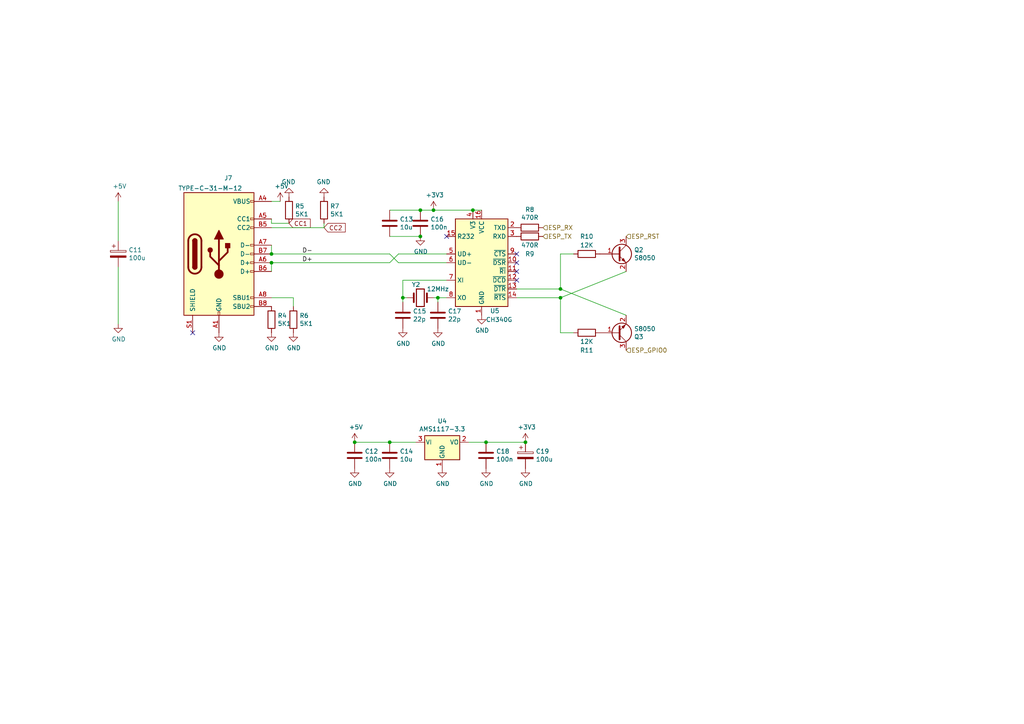
<source format=kicad_sch>
(kicad_sch (version 20211123) (generator eeschema)
  (paper "A4")
  (lib_symbols
    (symbol "Connector:USB_C_Receptacle_USB2.0" (pin_names (offset 1.016))
      (property "Reference" "J" (at -10.16 19.05 0))
      (property "Value" "USB_C_Receptacle_USB2.0" (at 19.05 19.05 0))
      (symbol "USB_C_Receptacle_USB2.0_0_0"
        (rectangle (start -0.254 -17.78) (end 0.254 -16.764))
        (rectangle (start 10.16 -14.986) (end 9.144 -15.494))
        (rectangle (start 10.16 -12.446) (end 9.144 -12.954))
        (rectangle (start 10.16 -4.826) (end 9.144 -5.334))
        (rectangle (start 10.16 -2.286) (end 9.144 -2.794))
        (rectangle (start 10.16 0.254) (end 9.144 -0.254))
        (rectangle (start 10.16 2.794) (end 9.144 2.286))
        (rectangle (start 10.16 7.874) (end 9.144 7.366))
        (rectangle (start 10.16 10.414) (end 9.144 9.906))
        (rectangle (start 10.16 15.494) (end 9.144 14.986))
      )
      (symbol "USB_C_Receptacle_USB2.0_0_1"
        (rectangle (start -10.16 17.78) (end 10.16 -17.78) (stroke (width 0.254)) (fill (type background)))
        (arc (start -8.89 -3.81) (mid -6.985 -5.715) (end -5.08 -3.81) (stroke (width 0.508)))
        (arc (start -7.62 -3.81) (mid -6.985 -4.445) (end -6.35 -3.81) (stroke (width 0.254)))
        (arc (start -7.62 -3.81) (mid -6.985 -4.445) (end -6.35 -3.81) (stroke (width 0.254)) (fill (type outline)))
        (rectangle (start -7.62 -3.81) (end -6.35 3.81) (stroke (width 0.254)) (fill (type outline)))
        (arc (start -6.35 3.81) (mid -6.985 4.445) (end -7.62 3.81) (stroke (width 0.254)))
        (arc (start -6.35 3.81) (mid -6.985 4.445) (end -7.62 3.81) (stroke (width 0.254)) (fill (type outline)))
        (arc (start -5.08 3.81) (mid -6.985 5.715) (end -8.89 3.81) (stroke (width 0.508)))
        (circle (center -2.54 1.143) (radius 0.635) (stroke (width 0.254)) (fill (type outline)))
        (circle (center 0 -5.842) (radius 1.27) (fill (type outline)))
        (polyline (pts (xy -8.89 -3.81) (xy -8.89 3.81)) (stroke (width 0.508)))
        (polyline (pts (xy -5.08 3.81) (xy -5.08 -3.81)) (stroke (width 0.508)))
        (polyline (pts (xy 0 -5.842) (xy 0 4.318)) (stroke (width 0.508)))
        (polyline (pts (xy 0 -3.302) (xy -2.54 -0.762) (xy -2.54 0.508)) (stroke (width 0.508)))
        (polyline (pts (xy 0 -2.032) (xy 2.54 0.508) (xy 2.54 1.778)) (stroke (width 0.508)))
        (polyline (pts (xy -1.27 4.318) (xy 0 6.858) (xy 1.27 4.318) (xy -1.27 4.318)) (stroke (width 0.254)) (fill (type outline)))
        (rectangle (start 1.905 1.778) (end 3.175 3.048) (stroke (width 0.254)) (fill (type outline)))
      )
      (symbol "USB_C_Receptacle_USB2.0_1_1"
        (pin passive line (at 0 -22.86 90) (length 5.08) (name "GND") (number "A1"))
        (pin passive line (at 0 -22.86 90) (length 5.08) hide (name "GND") (number "A12"))
        (pin passive line (at 15.24 15.24 180) (length 5.08) (name "VBUS") (number "A4"))
        (pin bidirectional line (at 15.24 10.16 180) (length 5.08) (name "CC1") (number "A5"))
        (pin bidirectional line (at 15.24 -2.54 180) (length 5.08) (name "D+") (number "A6"))
        (pin bidirectional line (at 15.24 2.54 180) (length 5.08) (name "D-") (number "A7"))
        (pin bidirectional line (at 15.24 -12.7 180) (length 5.08) (name "SBU1") (number "A8"))
        (pin passive line (at 15.24 15.24 180) (length 5.08) hide (name "VBUS") (number "A9"))
        (pin passive line (at 0 -22.86 90) (length 5.08) hide (name "GND") (number "B1"))
        (pin passive line (at 0 -22.86 90) (length 5.08) hide (name "GND") (number "B12"))
        (pin passive line (at 15.24 15.24 180) (length 5.08) hide (name "VBUS") (number "B4"))
        (pin bidirectional line (at 15.24 7.62 180) (length 5.08) (name "CC2") (number "B5"))
        (pin bidirectional line (at 15.24 -5.08 180) (length 5.08) (name "D+") (number "B6"))
        (pin bidirectional line (at 15.24 0 180) (length 5.08) (name "D-") (number "B7"))
        (pin bidirectional line (at 15.24 -15.24 180) (length 5.08) (name "SBU2") (number "B8"))
        (pin passive line (at 15.24 15.24 180) (length 5.08) hide (name "VBUS") (number "B9"))
        (pin passive line (at -7.62 -22.86 90) (length 5.08) (name "SHIELD") (number "S1"))
      )
    )
    (symbol "Device:C" (pin_numbers hide) (pin_names (offset 0.254))
      (property "Reference" "C" (at 0.635 2.54 0))
      (property "Value" "C" (at 0.635 -2.54 0))
      (symbol "C_0_1"
        (polyline (pts (xy -2.032 -0.762) (xy 2.032 -0.762)) (stroke (width 0.508)))
        (polyline (pts (xy -2.032 0.762) (xy 2.032 0.762)) (stroke (width 0.508)))
      )
      (symbol "C_1_1"
        (pin passive line (at 0 3.81 270) (length 2.794) (name "~") (number "1"))
        (pin passive line (at 0 -3.81 90) (length 2.794) (name "~") (number "2"))
      )
    )
    (symbol "Device:C_Polarized" (pin_numbers hide) (pin_names (offset 0.254))
      (property "Reference" "C" (at 0.635 2.54 0))
      (property "Value" "C_Polarized" (at 0.635 -2.54 0))
      (symbol "C_Polarized_0_1"
        (rectangle (start -2.286 0.508) (end 2.286 1.016))
        (polyline (pts (xy -1.778 2.286) (xy -0.762 2.286)))
        (polyline (pts (xy -1.27 2.794) (xy -1.27 1.778)))
        (rectangle (start 2.286 -0.508) (end -2.286 -1.016) (fill (type outline)))
      )
      (symbol "C_Polarized_1_1"
        (pin passive line (at 0 3.81 270) (length 2.794) (name "~") (number "1"))
        (pin passive line (at 0 -3.81 90) (length 2.794) (name "~") (number "2"))
      )
    )
    (symbol "Device:Crystal" (pin_numbers hide) (pin_names (offset 1.016) hide)
      (property "Reference" "Y" (at 0 3.81 0))
      (property "Value" "Crystal" (at 0 -3.81 0))
      (symbol "Crystal_0_1"
        (rectangle (start -1.143 2.54) (end 1.143 -2.54) (stroke (width 0.3048)))
        (polyline (pts (xy -2.54 0) (xy -1.905 0)))
        (polyline (pts (xy -1.905 -1.27) (xy -1.905 1.27)) (stroke (width 0.508)))
        (polyline (pts (xy 1.905 -1.27) (xy 1.905 1.27)) (stroke (width 0.508)))
        (polyline (pts (xy 2.54 0) (xy 1.905 0)))
      )
      (symbol "Crystal_1_1"
        (pin passive line (at -3.81 0 0) (length 1.27) (name "1") (number "1"))
        (pin passive line (at 3.81 0 180) (length 1.27) (name "2") (number "2"))
      )
    )
    (symbol "Device:Q_NPN_BEC" (pin_names (offset 0) hide)
      (property "Reference" "Q" (at 5.08 1.27 0))
      (property "Value" "Q_NPN_BEC" (at 5.08 -1.27 0))
      (symbol "Q_NPN_BEC_0_1"
        (polyline (pts (xy 0.635 0.635) (xy 2.54 2.54)))
        (polyline (pts (xy 0.635 -0.635) (xy 2.54 -2.54) (xy 2.54 -2.54)))
        (polyline (pts (xy 0.635 1.905) (xy 0.635 -1.905) (xy 0.635 -1.905)) (stroke (width 0.508)))
        (polyline (pts (xy 1.27 -1.778) (xy 1.778 -1.27) (xy 2.286 -2.286) (xy 1.27 -1.778) (xy 1.27 -1.778)) (fill (type outline)))
        (circle (center 1.27 0) (radius 2.8194) (stroke (width 0.254)))
      )
      (symbol "Q_NPN_BEC_1_1"
        (pin input line (at -5.08 0 0) (length 5.715) (name "B") (number "1"))
        (pin passive line (at 2.54 -5.08 90) (length 2.54) (name "E") (number "2"))
        (pin passive line (at 2.54 5.08 270) (length 2.54) (name "C") (number "3"))
      )
    )
    (symbol "Device:R" (pin_numbers hide) (pin_names (offset 0))
      (property "Reference" "R" (at 2.032 0 90))
      (property "Value" "R" (at 0 0 90))
      (symbol "R_0_1"
        (rectangle (start -1.016 -2.54) (end 1.016 2.54) (stroke (width 0.254)))
      )
      (symbol "R_1_1"
        (pin passive line (at 0 3.81 270) (length 1.27) (name "~") (number "1"))
        (pin passive line (at 0 -3.81 90) (length 1.27) (name "~") (number "2"))
      )
    )
    (symbol "Interface_USB:CH340G"
      (property "Reference" "U" (at -5.08 13.97 0))
      (property "Value" "CH340G" (at 1.27 13.97 0))
      (symbol "CH340G_0_1"
        (rectangle (start -7.62 12.7) (end 7.62 -12.7) (stroke (width 0.254)) (fill (type background)))
      )
      (symbol "CH340G_1_1"
        (pin power_in line (at 0 -15.24 90) (length 2.54) (name "GND") (number "1"))
        (pin input line (at 10.16 0 180) (length 2.54) (name "~{DSR}") (number "10"))
        (pin input line (at 10.16 -2.54 180) (length 2.54) (name "~{RI}") (number "11"))
        (pin input line (at 10.16 -5.08 180) (length 2.54) (name "~{DCD}") (number "12"))
        (pin output line (at 10.16 -7.62 180) (length 2.54) (name "~{DTR}") (number "13"))
        (pin output line (at 10.16 -10.16 180) (length 2.54) (name "~{RTS}") (number "14"))
        (pin input line (at -10.16 7.62 0) (length 2.54) (name "R232") (number "15"))
        (pin power_in line (at 0 15.24 270) (length 2.54) (name "VCC") (number "16"))
        (pin output line (at 10.16 10.16 180) (length 2.54) (name "TXD") (number "2"))
        (pin input line (at 10.16 7.62 180) (length 2.54) (name "RXD") (number "3"))
        (pin passive line (at -2.54 15.24 270) (length 2.54) (name "V3") (number "4"))
        (pin bidirectional line (at -10.16 2.54 0) (length 2.54) (name "UD+") (number "5"))
        (pin bidirectional line (at -10.16 0 0) (length 2.54) (name "UD-") (number "6"))
        (pin input line (at -10.16 -5.08 0) (length 2.54) (name "XI") (number "7"))
        (pin output line (at -10.16 -10.16 0) (length 2.54) (name "XO") (number "8"))
        (pin input line (at 10.16 2.54 180) (length 2.54) (name "~{CTS}") (number "9"))
      )
    )
    (symbol "Regulator_Linear:AMS1117-3.3" (pin_names (offset 0.254))
      (property "Reference" "U" (at -3.81 3.175 0))
      (property "Value" "AMS1117-3.3" (at 0 3.175 0))
      (symbol "AMS1117-3.3_0_1"
        (rectangle (start -5.08 -5.08) (end 5.08 1.905) (stroke (width 0.254)) (fill (type background)))
      )
      (symbol "AMS1117-3.3_1_1"
        (pin power_in line (at 0 -7.62 90) (length 2.54) (name "GND") (number "1"))
        (pin power_out line (at 7.62 0 180) (length 2.54) (name "VO") (number "2"))
        (pin power_in line (at -7.62 0 0) (length 2.54) (name "VI") (number "3"))
      )
    )
    (symbol "power:+3V3" (power) (pin_names (offset 0))
      (property "Value" "+3V3" (at 0 3.556 0))
      (symbol "+3V3_0_1"
        (polyline (pts (xy -0.762 1.27) (xy 0 2.54)))
        (polyline (pts (xy 0 0) (xy 0 2.54)))
        (polyline (pts (xy 0 2.54) (xy 0.762 1.27)))
      )
      (symbol "+3V3_1_1"
        (pin power_in line (at 0 0 90) (length 0) hide (name "+3V3") (number "1"))
      )
    )
    (symbol "power:+5V" (power) (pin_names (offset 0))
      (property "Value" "+5V" (at 0 3.556 0))
      (symbol "+5V_0_1"
        (polyline (pts (xy -0.762 1.27) (xy 0 2.54)))
        (polyline (pts (xy 0 0) (xy 0 2.54)))
        (polyline (pts (xy 0 2.54) (xy 0.762 1.27)))
      )
      (symbol "+5V_1_1"
        (pin power_in line (at 0 0 90) (length 0) hide (name "+5V") (number "1"))
      )
    )
    (symbol "power:GND" (power) (pin_names (offset 0))
      (property "Value" "GND" (at 0 -3.81 0))
      (symbol "GND_0_1"
        (polyline (pts (xy 0 0) (xy 0 -1.27) (xy 1.27 -1.27) (xy 0 -2.54) (xy -1.27 -1.27) (xy 0 -1.27)))
      )
      (symbol "GND_1_1"
        (pin power_in line (at 0 0 270) (length 0) hide (name "GND") (number "1"))
      )
    )
  )
  (junction (at 127 86.36))
  (junction (at 113.03 128.27))
  (junction (at 121.92 60.96))
  (junction (at 102.87 128.27))
  (junction (at 152.4 128.27))
  (junction (at 162.56 83.82))
  (junction (at 162.56 86.36))
  (junction (at 137.16 60.96))
  (junction (at 140.97 128.27))
  (junction (at 116.84 86.36))
  (junction (at 121.92 68.58))
  (junction (at 78.74 76.2))
  (junction (at 125.73 60.96))
  (junction (at 78.74 73.66))
  (no_connect (at 129.54 68.58))
  (no_connect (at 149.86 81.28))
  (no_connect (at 55.88 96.52))
  (no_connect (at 149.86 78.74))
  (no_connect (at 149.86 76.2))
  (no_connect (at 149.86 73.66))
  (wire (pts (xy 93.98 66.04) (xy 93.98 64.77)))
  (wire (pts (xy 78.74 76.2) (xy 113.03 76.2)))
  (wire (pts (xy 113.03 76.2) (xy 115.57 73.66)))
  (wire (pts (xy 113.03 73.66) (xy 115.57 76.2)))
  (wire (pts (xy 149.86 86.36) (xy 162.56 86.36)))
  (wire (pts (xy 181.61 78.74) (xy 162.56 86.36)))
  (wire (pts (xy 166.37 96.52) (xy 162.56 96.52)))
  (wire (pts (xy 85.09 86.36) (xy 78.74 86.36)))
  (wire (pts (xy 162.56 86.36) (xy 162.56 96.52)))
  (wire (pts (xy 135.89 128.27) (xy 140.97 128.27)))
  (wire (pts (xy 83.82 64.77) (xy 78.74 64.77)))
  (wire (pts (xy 137.16 60.96) (xy 125.73 60.96)))
  (wire (pts (xy 125.73 60.96) (xy 121.92 60.96)))
  (wire (pts (xy 118.11 86.36) (xy 116.84 86.36)))
  (wire (pts (xy 113.03 73.66) (xy 78.74 73.66)))
  (wire (pts (xy 139.7 60.96) (xy 137.16 60.96)))
  (wire (pts (xy 127 87.63) (xy 127 86.36)))
  (wire (pts (xy 78.74 64.77) (xy 78.74 63.5)))
  (wire (pts (xy 81.28 58.42) (xy 78.74 58.42)))
  (wire (pts (xy 149.86 83.82) (xy 162.56 83.82)))
  (wire (pts (xy 162.56 83.82) (xy 181.61 91.44)))
  (wire (pts (xy 78.74 76.2) (xy 78.74 78.74)))
  (wire (pts (xy 34.29 77.47) (xy 34.29 93.98)))
  (wire (pts (xy 127 86.36) (xy 129.54 86.36)))
  (wire (pts (xy 115.57 73.66) (xy 129.54 73.66)))
  (wire (pts (xy 116.84 81.28) (xy 116.84 86.36)))
  (wire (pts (xy 162.56 73.66) (xy 166.37 73.66)))
  (wire (pts (xy 85.09 88.9) (xy 85.09 86.36)))
  (wire (pts (xy 140.97 128.27) (xy 152.4 128.27)))
  (wire (pts (xy 116.84 81.28) (xy 129.54 81.28)))
  (wire (pts (xy 129.54 76.2) (xy 115.57 76.2)))
  (wire (pts (xy 116.84 87.63) (xy 116.84 86.36)))
  (wire (pts (xy 113.03 60.96) (xy 121.92 60.96)))
  (wire (pts (xy 78.74 66.04) (xy 93.98 66.04)))
  (wire (pts (xy 34.29 58.42) (xy 34.29 69.85)))
  (wire (pts (xy 162.56 73.66) (xy 162.56 83.82)))
  (wire (pts (xy 78.74 73.66) (xy 78.74 71.12)))
  (wire (pts (xy 113.03 128.27) (xy 102.87 128.27)))
  (wire (pts (xy 120.65 128.27) (xy 113.03 128.27)))
  (wire (pts (xy 121.92 68.58) (xy 113.03 68.58)))
  (wire (pts (xy 125.73 86.36) (xy 127 86.36)))
  (label "D+" (at 87.63 76.2 0))
  (label "D-" (at 87.63 73.66 0))
  (global_label "CC1" (shape input) (at 83.82 64.77 0) (property "Intersheet References" "${INTERSHEET_REFS}" (effects hide)))
  (global_label "CC2" (shape input) (at 93.98 66.04 0) (property "Intersheet References" "${INTERSHEET_REFS}" (effects hide)))
  (hierarchical_label "ESP_RST" (shape input) (at 181.61 68.58 0))
  (hierarchical_label "ESP_TX" (shape input) (at 157.48 68.58 0))
  (hierarchical_label "ESP_RX" (shape input) (at 157.48 66.04 0))
  (hierarchical_label "ESP_GPIO0" (shape input) (at 181.61 101.6 0))
  (symbol (lib_id "power:GND") (at 121.92 68.58 0) (unit 1)
    (property "Reference" "#PWR0141" (effects hide))
    (property "Value" "GND" (at 122.047 72.9742 0))
  )
  (symbol (lib_id "Device:C") (at 116.84 91.44 0) (unit 1)
    (property "Reference" "C15" (at 119.761 90.2716 0) (effects (justify left)))
    (property "Value" "22p" (at 119.761 92.583 0) (effects (justify left)))
    (property "Footprint" "Capacitor_SMD:C_0603_1608Metric" (effects hide))
    (property "LCSC" "C1653" (effects hide))
  )
  (symbol (lib_id "power:GND") (at 152.4 135.89 0) (unit 1)
    (property "Reference" "#PWR0150" (effects hide))
    (property "Value" "GND" (at 152.527 140.2842 0))
  )
  (symbol (lib_id "Device:C") (at 127 91.44 0) (unit 1)
    (property "Reference" "C17" (at 129.921 90.2716 0) (effects (justify left)))
    (property "Value" "22p" (at 129.921 92.583 0) (effects (justify left)))
    (property "Footprint" "Capacitor_SMD:C_0603_1608Metric" (effects hide))
    (property "LCSC" "C1653" (effects hide))
  )
  (symbol (lib_id "Device:C") (at 102.87 132.08 0) (unit 1)
    (property "Reference" "C12" (at 105.791 130.9116 0) (effects (justify left)))
    (property "Value" "100n" (at 105.791 133.223 0) (effects (justify left)))
    (property "Footprint" "Capacitor_SMD:C_0603_1608Metric" (effects hide))
    (property "LCSC" "C14663" (effects hide))
  )
  (symbol (lib_id "power:GND") (at 85.09 96.52 0) (unit 1)
    (property "Reference" "#PWR0153" (effects hide))
    (property "Value" "GND" (at 85.217 100.9142 0))
  )
  (symbol (lib_id "Device:R") (at 170.18 96.52 270) (unit 1)
    (property "Reference" "R11" (at 170.18 101.6 90))
    (property "Value" "12K" (at 170.18 99.06 90))
    (property "Footprint" "Resistor_SMD:R_0603_1608Metric" (effects hide))
    (property "LCSC" "C22790" (effects hide))
  )
  (symbol (lib_id "power:GND") (at 83.82 57.15 180) (unit 1)
    (property "Reference" "#PWR0159" (effects hide))
    (property "Value" "GND" (at 83.693 52.7558 0))
  )
  (symbol (lib_id "Device:C") (at 113.03 64.77 0) (unit 1)
    (property "Reference" "C13" (at 115.951 63.6016 0) (effects (justify left)))
    (property "Value" "10u" (at 115.951 65.913 0) (effects (justify left)))
    (property "Footprint" "Capacitor_SMD:C_0805_2012Metric" (effects hide))
    (property "LCSC" "C15850" (effects hide))
  )
  (symbol (lib_id "power:GND") (at 127 95.25 0) (unit 1)
    (property "Reference" "#PWR0149" (effects hide))
    (property "Value" "GND" (at 127.127 99.6442 0))
  )
  (symbol (lib_id "power:GND") (at 128.27 135.89 0) (unit 1)
    (property "Reference" "#PWR0147" (effects hide))
    (property "Value" "GND" (at 128.397 140.2842 0))
  )
  (symbol (lib_id "Connector:USB_C_Receptacle_USB2.0") (at 63.5 73.66 0) (unit 1)
    (property "Reference" "J7" (at 66.2178 51.6382 0))
    (property "Value" "TYPE-C-31-M-12" (at 60.96 54.61 0))
    (property "Footprint" "Connector_USB:USB_C_Receptacle_HRO_TYPE-C-31-M-12" (effects hide))
    (property "Datasheet" "https://datasheet.lcsc.com/szlcsc/1811131825_Korean-Hroparts-Elec-TYPE-C-31-M-12_C165948.pdf" (effects hide))
    (property "LCSC" "C165948" (effects hide))
  )
  (symbol (lib_id "power:+3V3") (at 152.4 128.27 0) (unit 1)
    (property "Reference" "#PWR0151" (effects hide))
    (property "Value" "+3V3" (at 152.781 123.8758 0))
  )
  (symbol (lib_id "Device:C") (at 113.03 132.08 0) (unit 1)
    (property "Reference" "C14" (at 115.951 130.9116 0) (effects (justify left)))
    (property "Value" "10u" (at 115.951 133.223 0) (effects (justify left)))
    (property "Footprint" "Capacitor_SMD:C_0805_2012Metric" (effects hide))
    (property "LCSC" "C15850" (effects hide))
  )
  (symbol (lib_id "Device:R") (at 153.67 68.58 270) (unit 1)
    (property "Reference" "R9" (at 153.67 73.66 90))
    (property "Value" "470R" (at 153.67 71.12 90))
    (property "Footprint" "Resistor_SMD:R_0603_1608Metric" (effects hide))
    (property "LCSC" "C23179" (effects hide))
  )
  (symbol (lib_id "power:+5V") (at 102.87 128.27 0) (unit 1)
    (property "Reference" "#PWR0145" (effects hide))
    (property "Value" "+5V" (at 103.251 123.8758 0))
  )
  (symbol (lib_id "Device:Q_NPN_BEC") (at 179.07 96.52 0) (mirror x) (unit 1)
    (property "Reference" "Q3" (at 183.896 97.6884 0) (effects (justify left)))
    (property "Value" "S8050" (at 183.896 95.377 0) (effects (justify left)))
    (property "Footprint" "Package_TO_SOT_SMD:SOT-23" (effects hide))
    (property "Datasheet" "https://datasheet.lcsc.com/szlcsc/Changjiang-Electronics-Tech-CJ-S8050_C2146.pdf" (effects hide))
    (property "LCSC" "C2146" (effects hide))
  )
  (symbol (lib_id "power:GND") (at 34.29 93.98 0) (unit 1)
    (property "Reference" "#PWR0155" (effects hide))
    (property "Value" "GND" (at 34.417 98.3742 0))
  )
  (symbol (lib_id "Interface_USB:CH340G") (at 139.7 76.2 0) (unit 1)
    (property "Reference" "U5" (at 143.51 90.17 0))
    (property "Value" "CH340G" (at 144.78 92.71 0))
    (property "Footprint" "Package_SO:SOIC-16_3.9x9.9mm_P1.27mm" (effects hide))
    (property "Datasheet" "http://www.datasheet5.com/pdf-local-2195953" (effects hide))
    (property "LCSC" "C14267" (effects hide))
  )
  (symbol (lib_id "Device:C") (at 121.92 64.77 0) (unit 1)
    (property "Reference" "C16" (at 124.841 63.6016 0) (effects (justify left)))
    (property "Value" "100n" (at 124.841 65.913 0) (effects (justify left)))
    (property "Footprint" "Capacitor_SMD:C_0603_1608Metric" (effects hide))
    (property "LCSC" "C14663" (effects hide))
  )
  (symbol (lib_id "power:GND") (at 113.03 135.89 0) (unit 1)
    (property "Reference" "#PWR0148" (effects hide))
    (property "Value" "GND" (at 113.157 140.2842 0))
  )
  (symbol (lib_id "power:+5V") (at 81.28 58.42 0) (unit 1)
    (property "Reference" "#PWR0160" (effects hide))
    (property "Value" "+5V" (at 81.661 54.0258 0))
  )
  (symbol (lib_id "power:GND") (at 78.74 96.52 0) (unit 1)
    (property "Reference" "#PWR0152" (effects hide))
    (property "Value" "GND" (at 78.867 100.9142 0))
  )
  (symbol (lib_id "power:+5V") (at 34.29 58.42 0) (unit 1)
    (property "Reference" "#PWR0156" (effects hide))
    (property "Value" "+5V" (at 34.671 54.0258 0))
  )
  (symbol (lib_id "Device:C") (at 140.97 132.08 0) (unit 1)
    (property "Reference" "C18" (at 143.891 130.9116 0) (effects (justify left)))
    (property "Value" "100n" (at 143.891 133.223 0) (effects (justify left)))
    (property "Footprint" "Capacitor_SMD:C_0603_1608Metric" (effects hide))
    (property "LCSC" "C14663" (effects hide))
  )
  (symbol (lib_id "power:GND") (at 93.98 57.15 180) (unit 1)
    (property "Reference" "#PWR0158" (effects hide))
    (property "Value" "GND" (at 93.853 52.7558 0))
  )
  (symbol (lib_id "power:GND") (at 102.87 135.89 0) (unit 1)
    (property "Reference" "#PWR0146" (effects hide))
    (property "Value" "GND" (at 102.997 140.2842 0))
  )
  (symbol (lib_id "Device:Q_NPN_BEC") (at 179.07 73.66 0) (unit 1)
    (property "Reference" "Q2" (at 183.896 72.4916 0) (effects (justify left)))
    (property "Value" "S8050" (at 183.896 74.803 0) (effects (justify left)))
    (property "Footprint" "Package_TO_SOT_SMD:SOT-23" (effects hide))
    (property "Datasheet" "https://datasheet.lcsc.com/szlcsc/Changjiang-Electronics-Tech-CJ-S8050_C2146.pdf" (effects hide))
    (property "LCSC" "C2146" (effects hide))
  )
  (symbol (lib_id "Device:R") (at 85.09 92.71 0) (unit 1)
    (property "Reference" "R6" (at 86.868 91.5416 0) (effects (justify left)))
    (property "Value" "5K1" (at 86.868 93.853 0) (effects (justify left)))
    (property "Footprint" "Resistor_SMD:R_0603_1608Metric" (effects hide))
    (property "LCSC" "C23186" (effects hide))
  )
  (symbol (lib_id "Device:Crystal") (at 121.92 86.36 0) (unit 1)
    (property "Reference" "Y2" (at 120.65 82.55 0))
    (property "Value" "12MHz" (at 127 83.82 0))
    (property "Footprint" "Crystal:Crystal_HC49-4H_Vertical" (effects hide))
  )
  (symbol (lib_id "power:GND") (at 139.7 91.44 0) (unit 1)
    (property "Reference" "#PWR0143" (effects hide))
    (property "Value" "GND" (at 139.827 95.8342 0))
  )
  (symbol (lib_id "Device:C_Polarized") (at 152.4 132.08 0) (unit 1)
    (property "Reference" "C19" (at 155.3972 130.9116 0) (effects (justify left)))
    (property "Value" "100u" (at 155.3972 133.223 0) (effects (justify left)))
    (property "Footprint" "Capacitor_THT:CP_Radial_D5.0mm_P2.00mm" (effects hide))
    (property "LCSC" "C43803" (effects hide))
  )
  (symbol (lib_id "power:GND") (at 116.84 95.25 0) (unit 1)
    (property "Reference" "#PWR0154" (effects hide))
    (property "Value" "GND" (at 116.967 99.6442 0))
  )
  (symbol (lib_id "Device:R") (at 83.82 60.96 0) (unit 1)
    (property "Reference" "R5" (at 85.598 59.7916 0) (effects (justify left)))
    (property "Value" "5K1" (at 85.598 62.103 0) (effects (justify left)))
    (property "Footprint" "Resistor_SMD:R_0603_1608Metric" (effects hide))
    (property "LCSC" "C23186" (effects hide))
  )
  (symbol (lib_id "Device:R") (at 78.74 92.71 0) (unit 1)
    (property "Reference" "R4" (at 80.518 91.5416 0) (effects (justify left)))
    (property "Value" "5K1" (at 80.518 93.853 0) (effects (justify left)))
    (property "Footprint" "Resistor_SMD:R_0603_1608Metric" (effects hide))
    (property "LCSC" "C23186" (effects hide))
  )
  (symbol (lib_id "Regulator_Linear:AMS1117-3.3") (at 128.27 128.27 0) (unit 1)
    (property "Reference" "U4" (at 128.27 122.1232 0))
    (property "Value" "AMS1117-3.3" (at 128.27 124.4346 0))
    (property "Footprint" "Package_TO_SOT_SMD:SOT-223-3_TabPin2" (effects hide))
    (property "Datasheet" "http://www.advanced-monolithic.com/pdf/ds1117.pdf" (effects hide))
    (property "LCSC" "C6186" (effects hide))
  )
  (symbol (lib_id "power:+3V3") (at 125.73 60.96 0) (unit 1)
    (property "Reference" "#PWR0142" (effects hide))
    (property "Value" "+3V3" (at 126.111 56.5658 0))
  )
  (symbol (lib_id "power:GND") (at 140.97 135.89 0) (unit 1)
    (property "Reference" "#PWR0144" (effects hide))
    (property "Value" "GND" (at 141.097 140.2842 0))
  )
  (symbol (lib_id "power:GND") (at 63.5 96.52 0) (unit 1)
    (property "Reference" "#PWR0157" (effects hide))
    (property "Value" "GND" (at 63.627 100.9142 0))
  )
  (symbol (lib_id "Device:R") (at 170.18 73.66 270) (unit 1)
    (property "Reference" "R10" (at 170.18 68.58 90))
    (property "Value" "12K" (at 170.18 71.12 90))
    (property "Footprint" "Resistor_SMD:R_0603_1608Metric" (effects hide))
    (property "LCSC" "C22790" (effects hide))
  )
  (symbol (lib_id "Device:C_Polarized") (at 34.29 73.66 0) (unit 1)
    (property "Reference" "C11" (at 37.2872 72.4916 0) (effects (justify left)))
    (property "Value" "100u" (at 37.2872 74.803 0) (effects (justify left)))
    (property "Footprint" "Capacitor_THT:CP_Radial_D5.0mm_P2.00mm" (effects hide))
    (property "LCSC" "C43803" (effects hide))
  )
  (symbol (lib_id "Device:R") (at 93.98 60.96 0) (unit 1)
    (property "Reference" "R7" (at 95.758 59.7916 0) (effects (justify left)))
    (property "Value" "5K1" (at 95.758 62.103 0) (effects (justify left)))
    (property "Footprint" "Resistor_SMD:R_0603_1608Metric" (effects hide))
    (property "LCSC" "C23186" (effects hide))
  )
  (symbol (lib_id "Device:R") (at 153.67 66.04 270) (unit 1)
    (property "Reference" "R8" (at 153.67 60.7822 90))
    (property "Value" "470R" (at 153.67 63.0936 90))
    (property "Footprint" "Resistor_SMD:R_0603_1608Metric" (effects hide))
    (property "LCSC" "C23179" (effects hide))
  )
)
</source>
